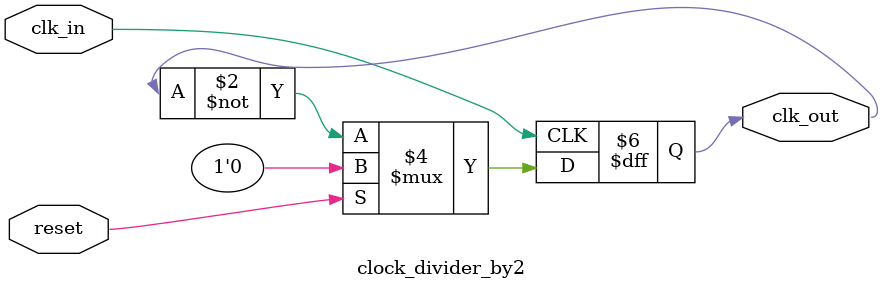
<source format=v>
module clock_divider_by2 (
    input  wire clk_in,    
    input  wire reset,     
    output reg  clk_out    
);

    always @(posedge clk_in) begin
        if (reset)
            clk_out <= 0;
        else
            clk_out <= ~clk_out; 
    end

endmodule

</source>
